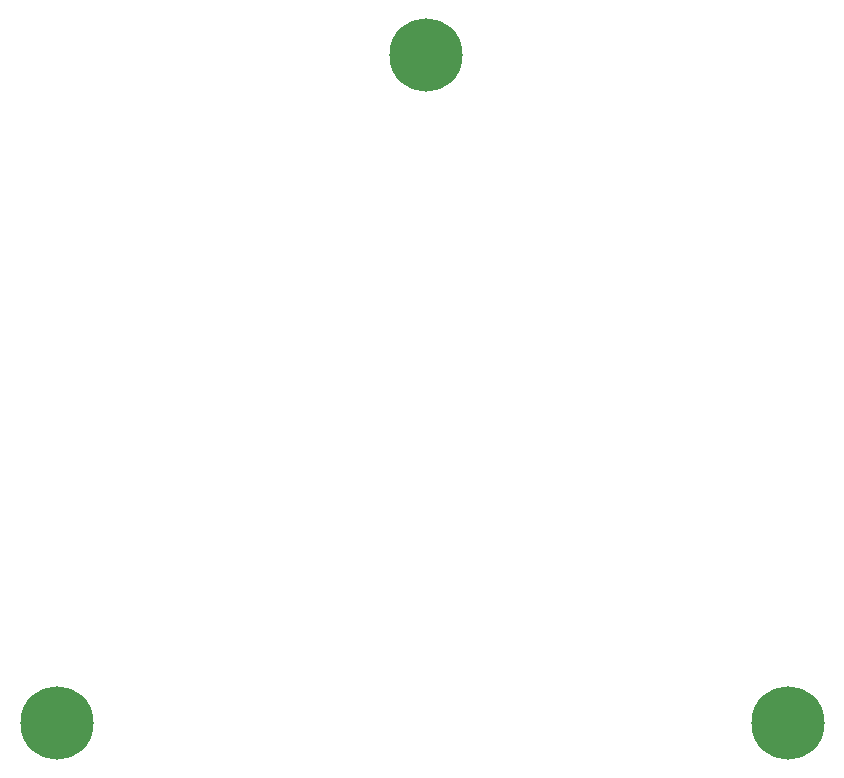
<source format=gbr>
%TF.GenerationSoftware,KiCad,Pcbnew,(6.99.0-1239-g6d82490b59-dirty)*%
%TF.CreationDate,2022-03-26T16:26:20-05:00*%
%TF.ProjectId,Layout,4c61796f-7574-42e6-9b69-6361645f7063,rev?*%
%TF.SameCoordinates,Original*%
%TF.FileFunction,Copper,L1,Top*%
%TF.FilePolarity,Positive*%
%FSLAX46Y46*%
G04 Gerber Fmt 4.6, Leading zero omitted, Abs format (unit mm)*
G04 Created by KiCad (PCBNEW (6.99.0-1239-g6d82490b59-dirty)) date 2022-03-26 16:26:20*
%MOMM*%
%LPD*%
G01*
G04 APERTURE LIST*
%TA.AperFunction,ComponentPad*%
%ADD10C,6.200000*%
%TD*%
G04 APERTURE END LIST*
D10*
%TO.P,H3,1*%
%TO.N,N/C*%
X146500000Y-33900000D03*
%TD*%
%TO.P,H2,1*%
%TO.N,N/C*%
X115250000Y-90450000D03*
%TD*%
%TO.P,H1,1*%
%TO.N,N/C*%
X177150000Y-90450000D03*
%TD*%
M02*

</source>
